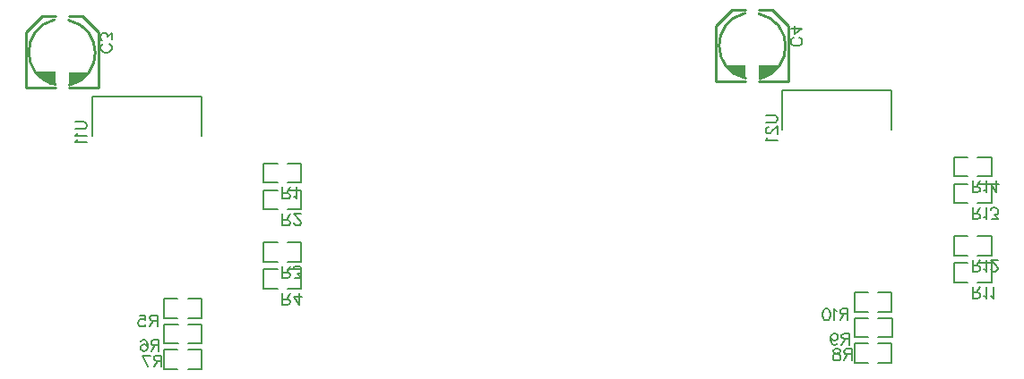
<source format=gbo>
G04 Layer: BottomSilkscreenLayer*
G04 EasyEDA v6.5.22, 2022-12-30 10:19:24*
G04 cc661ac33e424cae800a4ac99e05d963,5dd06754fdd742daa6fe38bf62b7df6b,10*
G04 Gerber Generator version 0.2*
G04 Scale: 100 percent, Rotated: No, Reflected: No *
G04 Dimensions in millimeters *
G04 leading zeros omitted , absolute positions ,4 integer and 5 decimal *
%FSLAX45Y45*%
%MOMM*%

%ADD10C,0.1524*%
%ADD11C,0.2540*%

%LPD*%
D10*
X2339408Y6294628D02*
G01*
X2349822Y6289294D01*
X2360236Y6278879D01*
X2365316Y6268720D01*
X2365316Y6247892D01*
X2360236Y6237478D01*
X2349822Y6227063D01*
X2339408Y6221729D01*
X2323660Y6216650D01*
X2297752Y6216650D01*
X2282258Y6221729D01*
X2271844Y6227063D01*
X2261430Y6237478D01*
X2256350Y6247892D01*
X2256350Y6268720D01*
X2261430Y6278879D01*
X2271844Y6289294D01*
X2282258Y6294628D01*
X2365316Y6339331D02*
G01*
X2365316Y6396481D01*
X2323660Y6365239D01*
X2323660Y6380734D01*
X2318580Y6391147D01*
X2313500Y6396481D01*
X2297752Y6401562D01*
X2287338Y6401562D01*
X2271844Y6396481D01*
X2261430Y6386068D01*
X2256350Y6370320D01*
X2256350Y6354826D01*
X2261430Y6339331D01*
X2266510Y6333997D01*
X2276924Y6328918D01*
X2020384Y5562531D02*
G01*
X2098362Y5562531D01*
X2113856Y5557451D01*
X2124270Y5547037D01*
X2129350Y5531289D01*
X2129350Y5520875D01*
X2124270Y5505381D01*
X2113856Y5494967D01*
X2098362Y5489887D01*
X2020384Y5489887D01*
X2041212Y5455597D02*
G01*
X2035878Y5445183D01*
X2020384Y5429435D01*
X2129350Y5429435D01*
X2041212Y5395145D02*
G01*
X2035878Y5384731D01*
X2020384Y5369237D01*
X2129350Y5369237D01*
X3977200Y4831334D02*
G01*
X3977200Y4940300D01*
X3977200Y4831334D02*
G01*
X4023936Y4831334D01*
X4039430Y4836413D01*
X4044764Y4841747D01*
X4049844Y4852162D01*
X4049844Y4862576D01*
X4044764Y4872989D01*
X4039430Y4878070D01*
X4023936Y4883150D01*
X3977200Y4883150D01*
X4013522Y4883150D02*
G01*
X4049844Y4940300D01*
X4084134Y4852162D02*
G01*
X4094548Y4846828D01*
X4110296Y4831334D01*
X4110296Y4940300D01*
X3977200Y4577334D02*
G01*
X3977200Y4686300D01*
X3977200Y4577334D02*
G01*
X4023936Y4577334D01*
X4039430Y4582413D01*
X4044764Y4587747D01*
X4049844Y4598162D01*
X4049844Y4608576D01*
X4044764Y4618989D01*
X4039430Y4624070D01*
X4023936Y4629150D01*
X3977200Y4629150D01*
X4013522Y4629150D02*
G01*
X4049844Y4686300D01*
X4089468Y4603242D02*
G01*
X4089468Y4598162D01*
X4094548Y4587747D01*
X4099882Y4582413D01*
X4110296Y4577334D01*
X4130870Y4577334D01*
X4141284Y4582413D01*
X4146618Y4587747D01*
X4151698Y4598162D01*
X4151698Y4608576D01*
X4146618Y4618989D01*
X4136204Y4634484D01*
X4084134Y4686300D01*
X4157032Y4686300D01*
X3977200Y4082034D02*
G01*
X3977200Y4191000D01*
X3977200Y4082034D02*
G01*
X4023936Y4082034D01*
X4039430Y4087113D01*
X4044764Y4092447D01*
X4049844Y4102862D01*
X4049844Y4113276D01*
X4044764Y4123689D01*
X4039430Y4128770D01*
X4023936Y4133850D01*
X3977200Y4133850D01*
X4013522Y4133850D02*
G01*
X4049844Y4191000D01*
X4094548Y4082034D02*
G01*
X4151698Y4082034D01*
X4120710Y4123689D01*
X4136204Y4123689D01*
X4146618Y4128770D01*
X4151698Y4133850D01*
X4157032Y4149597D01*
X4157032Y4160012D01*
X4151698Y4175505D01*
X4141284Y4185920D01*
X4125790Y4191000D01*
X4110296Y4191000D01*
X4094548Y4185920D01*
X4089468Y4180839D01*
X4084134Y4170426D01*
X3977200Y3828034D02*
G01*
X3977200Y3937000D01*
X3977200Y3828034D02*
G01*
X4023936Y3828034D01*
X4039430Y3833113D01*
X4044764Y3838447D01*
X4049844Y3848862D01*
X4049844Y3859276D01*
X4044764Y3869689D01*
X4039430Y3874770D01*
X4023936Y3879850D01*
X3977200Y3879850D01*
X4013522Y3879850D02*
G01*
X4049844Y3937000D01*
X4136204Y3828034D02*
G01*
X4084134Y3900678D01*
X4162112Y3900678D01*
X4136204Y3828034D02*
G01*
X4136204Y3937000D01*
X2796100Y3728465D02*
G01*
X2796100Y3619500D01*
X2796100Y3728465D02*
G01*
X2749364Y3728465D01*
X2733870Y3723386D01*
X2728536Y3718052D01*
X2723456Y3707637D01*
X2723456Y3697223D01*
X2728536Y3686810D01*
X2733870Y3681729D01*
X2749364Y3676650D01*
X2796100Y3676650D01*
X2759778Y3676650D02*
G01*
X2723456Y3619500D01*
X2626682Y3728465D02*
G01*
X2678752Y3728465D01*
X2683832Y3681729D01*
X2678752Y3686810D01*
X2663004Y3692144D01*
X2647510Y3692144D01*
X2632016Y3686810D01*
X2621602Y3676650D01*
X2616268Y3660902D01*
X2616268Y3650487D01*
X2621602Y3634994D01*
X2632016Y3624579D01*
X2647510Y3619500D01*
X2663004Y3619500D01*
X2678752Y3624579D01*
X2683832Y3629660D01*
X2689166Y3640073D01*
X2810659Y3495052D02*
G01*
X2810659Y3386086D01*
X2810659Y3495052D02*
G01*
X2763923Y3495052D01*
X2748429Y3489972D01*
X2743095Y3484638D01*
X2738015Y3474224D01*
X2738015Y3463810D01*
X2743095Y3453396D01*
X2748429Y3448316D01*
X2763923Y3443236D01*
X2810659Y3443236D01*
X2774337Y3443236D02*
G01*
X2738015Y3386086D01*
X2641241Y3479558D02*
G01*
X2646575Y3489972D01*
X2662069Y3495052D01*
X2672483Y3495052D01*
X2687977Y3489972D01*
X2698391Y3474224D01*
X2703725Y3448316D01*
X2703725Y3422408D01*
X2698391Y3401580D01*
X2687977Y3391166D01*
X2672483Y3386086D01*
X2667149Y3386086D01*
X2651655Y3391166D01*
X2641241Y3401580D01*
X2636161Y3417074D01*
X2636161Y3422408D01*
X2641241Y3437902D01*
X2651655Y3448316D01*
X2667149Y3453396D01*
X2672483Y3453396D01*
X2687977Y3448316D01*
X2698391Y3437902D01*
X2703725Y3422408D01*
X2834200Y3347465D02*
G01*
X2834200Y3238500D01*
X2834200Y3347465D02*
G01*
X2787464Y3347465D01*
X2771970Y3342386D01*
X2766636Y3337052D01*
X2761556Y3326637D01*
X2761556Y3316223D01*
X2766636Y3305810D01*
X2771970Y3300729D01*
X2787464Y3295650D01*
X2834200Y3295650D01*
X2797878Y3295650D02*
G01*
X2761556Y3238500D01*
X2654368Y3347465D02*
G01*
X2706438Y3238500D01*
X2727266Y3347465D02*
G01*
X2654368Y3347465D01*
X9358208Y3408453D02*
G01*
X9358208Y3299350D01*
X9358208Y3408453D02*
G01*
X9311449Y3408453D01*
X9295864Y3403259D01*
X9290667Y3398062D01*
X9285472Y3387671D01*
X9285472Y3377280D01*
X9290667Y3366889D01*
X9295864Y3361695D01*
X9311449Y3356500D01*
X9358208Y3356500D01*
X9321840Y3356500D02*
G01*
X9285472Y3299350D01*
X9225203Y3408453D02*
G01*
X9240791Y3403259D01*
X9245986Y3392868D01*
X9245986Y3382477D01*
X9240791Y3372086D01*
X9230400Y3366889D01*
X9209618Y3361695D01*
X9194032Y3356500D01*
X9183641Y3346109D01*
X9178444Y3335718D01*
X9178444Y3320130D01*
X9183641Y3309739D01*
X9188836Y3304545D01*
X9204424Y3299350D01*
X9225203Y3299350D01*
X9240791Y3304545D01*
X9245986Y3309739D01*
X9251182Y3320130D01*
X9251182Y3335718D01*
X9245986Y3346109D01*
X9235594Y3356500D01*
X9220009Y3361695D01*
X9199227Y3366889D01*
X9188836Y3372086D01*
X9183641Y3382477D01*
X9183641Y3392868D01*
X9188836Y3403259D01*
X9204424Y3408453D01*
X9225203Y3408453D01*
X9334662Y3556027D02*
G01*
X9334662Y3446924D01*
X9334662Y3556027D02*
G01*
X9287903Y3556027D01*
X9272318Y3550833D01*
X9267121Y3545636D01*
X9261927Y3535245D01*
X9261927Y3524854D01*
X9267121Y3514463D01*
X9272318Y3509269D01*
X9287903Y3504074D01*
X9334662Y3504074D01*
X9298294Y3504074D02*
G01*
X9261927Y3446924D01*
X9160095Y3519660D02*
G01*
X9165290Y3504074D01*
X9175681Y3493683D01*
X9191266Y3488486D01*
X9196463Y3488486D01*
X9212049Y3493683D01*
X9222440Y3504074D01*
X9227637Y3519660D01*
X9227637Y3524854D01*
X9222440Y3540442D01*
X9212049Y3550833D01*
X9196463Y3556027D01*
X9191266Y3556027D01*
X9175681Y3550833D01*
X9165290Y3540442D01*
X9160095Y3519660D01*
X9160095Y3493683D01*
X9165290Y3467704D01*
X9175681Y3452119D01*
X9191266Y3446924D01*
X9201658Y3446924D01*
X9217245Y3452119D01*
X9222440Y3462510D01*
X9320108Y3789453D02*
G01*
X9320108Y3680350D01*
X9320108Y3789453D02*
G01*
X9273349Y3789453D01*
X9257764Y3784259D01*
X9252567Y3779062D01*
X9247372Y3768671D01*
X9247372Y3758280D01*
X9252567Y3747889D01*
X9257764Y3742695D01*
X9273349Y3737500D01*
X9320108Y3737500D01*
X9283740Y3737500D02*
G01*
X9247372Y3680350D01*
X9213082Y3768671D02*
G01*
X9202691Y3773868D01*
X9187103Y3789453D01*
X9187103Y3680350D01*
X9121642Y3789453D02*
G01*
X9137228Y3784259D01*
X9147619Y3768671D01*
X9152813Y3742695D01*
X9152813Y3727109D01*
X9147619Y3701130D01*
X9137228Y3685545D01*
X9121642Y3680350D01*
X9111251Y3680350D01*
X9095663Y3685545D01*
X9085272Y3701130D01*
X9080078Y3727109D01*
X9080078Y3742695D01*
X9085272Y3768671D01*
X9095663Y3784259D01*
X9111251Y3789453D01*
X9121642Y3789453D01*
X10501208Y3888976D02*
G01*
X10501208Y3998079D01*
X10501208Y3888976D02*
G01*
X10547967Y3888976D01*
X10563552Y3894170D01*
X10568749Y3899367D01*
X10573943Y3909758D01*
X10573943Y3920149D01*
X10568749Y3930540D01*
X10563552Y3935735D01*
X10547967Y3940929D01*
X10501208Y3940929D01*
X10537576Y3940929D02*
G01*
X10573943Y3998079D01*
X10608233Y3909758D02*
G01*
X10618624Y3904561D01*
X10634212Y3888976D01*
X10634212Y3998079D01*
X10668502Y3909758D02*
G01*
X10678894Y3904561D01*
X10694479Y3888976D01*
X10694479Y3998079D01*
X10501208Y4142976D02*
G01*
X10501208Y4252079D01*
X10501208Y4142976D02*
G01*
X10547967Y4142976D01*
X10563552Y4148170D01*
X10568749Y4153367D01*
X10573943Y4163758D01*
X10573943Y4174149D01*
X10568749Y4184540D01*
X10563552Y4189735D01*
X10547967Y4194929D01*
X10501208Y4194929D01*
X10537576Y4194929D02*
G01*
X10573943Y4252079D01*
X10608233Y4163758D02*
G01*
X10618624Y4158561D01*
X10634212Y4142976D01*
X10634212Y4252079D01*
X10673697Y4168952D02*
G01*
X10673697Y4163758D01*
X10678894Y4153367D01*
X10684088Y4148170D01*
X10694479Y4142976D01*
X10715261Y4142976D01*
X10725652Y4148170D01*
X10730847Y4153367D01*
X10736044Y4163758D01*
X10736044Y4174149D01*
X10730847Y4184540D01*
X10720456Y4200126D01*
X10668502Y4252079D01*
X10741238Y4252079D01*
X10501208Y4638276D02*
G01*
X10501208Y4747379D01*
X10501208Y4638276D02*
G01*
X10547967Y4638276D01*
X10563552Y4643470D01*
X10568749Y4648667D01*
X10573943Y4659058D01*
X10573943Y4669449D01*
X10568749Y4679840D01*
X10563552Y4685035D01*
X10547967Y4690229D01*
X10501208Y4690229D01*
X10537576Y4690229D02*
G01*
X10573943Y4747379D01*
X10608233Y4659058D02*
G01*
X10618624Y4653861D01*
X10634212Y4638276D01*
X10634212Y4747379D01*
X10678894Y4638276D02*
G01*
X10736044Y4638276D01*
X10704870Y4679840D01*
X10720456Y4679840D01*
X10730847Y4685035D01*
X10736044Y4690229D01*
X10741238Y4705817D01*
X10741238Y4716208D01*
X10736044Y4731793D01*
X10725652Y4742185D01*
X10710064Y4747379D01*
X10694479Y4747379D01*
X10678894Y4742185D01*
X10673697Y4736990D01*
X10668502Y4726599D01*
X10501208Y4892276D02*
G01*
X10501208Y5001379D01*
X10501208Y4892276D02*
G01*
X10547967Y4892276D01*
X10563552Y4897470D01*
X10568749Y4902667D01*
X10573943Y4913058D01*
X10573943Y4923449D01*
X10568749Y4933840D01*
X10563552Y4939035D01*
X10547967Y4944229D01*
X10501208Y4944229D01*
X10537576Y4944229D02*
G01*
X10573943Y5001379D01*
X10608233Y4913058D02*
G01*
X10618624Y4907861D01*
X10634212Y4892276D01*
X10634212Y5001379D01*
X10720456Y4892276D02*
G01*
X10668502Y4965011D01*
X10746432Y4965011D01*
X10720456Y4892276D02*
G01*
X10720456Y5001379D01*
X8544369Y5623488D02*
G01*
X8622301Y5623488D01*
X8637887Y5618294D01*
X8648278Y5607903D01*
X8653472Y5592315D01*
X8653472Y5581924D01*
X8648278Y5566338D01*
X8637887Y5555947D01*
X8622301Y5550753D01*
X8544369Y5550753D01*
X8570346Y5511266D02*
G01*
X8565151Y5511266D01*
X8554760Y5506072D01*
X8549563Y5500875D01*
X8544369Y5490484D01*
X8544369Y5469704D01*
X8549563Y5459313D01*
X8554760Y5454116D01*
X8565151Y5448922D01*
X8575542Y5448922D01*
X8585934Y5454116D01*
X8601519Y5464507D01*
X8653472Y5516463D01*
X8653472Y5443725D01*
X8565151Y5409435D02*
G01*
X8559954Y5399044D01*
X8544369Y5383458D01*
X8653472Y5383458D01*
X8863370Y6355547D02*
G01*
X8873761Y6350350D01*
X8884152Y6339959D01*
X8889347Y6329570D01*
X8889347Y6308788D01*
X8884152Y6298397D01*
X8873761Y6288006D01*
X8863370Y6282809D01*
X8847782Y6277615D01*
X8821806Y6277615D01*
X8806220Y6282809D01*
X8795829Y6288006D01*
X8785438Y6298397D01*
X8780244Y6308788D01*
X8780244Y6329570D01*
X8785438Y6339959D01*
X8795829Y6350350D01*
X8806220Y6355547D01*
X8889347Y6441790D02*
G01*
X8816611Y6389837D01*
X8816611Y6467769D01*
X8889347Y6441790D02*
G01*
X8780244Y6441790D01*
G36*
X1653082Y6032652D02*
G01*
X1703882Y5969152D01*
X1716582Y5962650D01*
X1785874Y5912612D01*
X1825447Y5912612D01*
X1830882Y5918047D01*
X1830882Y6032652D01*
G37*
G36*
X1957882Y6031230D02*
G01*
X1957882Y5911494D01*
X1963318Y5906058D01*
X2002942Y5906058D01*
X2062022Y5957570D01*
X2084882Y5962650D01*
X2135682Y6031230D01*
G37*
G36*
X8177123Y6093663D02*
G01*
X8227923Y6030163D01*
X8240623Y6023610D01*
X8309864Y5973572D01*
X8349488Y5973572D01*
X8354923Y5979007D01*
X8354923Y6093663D01*
G37*
G36*
X8481923Y6092190D02*
G01*
X8481923Y5972454D01*
X8487308Y5967018D01*
X8526932Y5967018D01*
X8586063Y6018530D01*
X8608923Y6023610D01*
X8659723Y6092190D01*
G37*
D11*
X1830900Y5880100D02*
G01*
X1551500Y5880100D01*
X1551500Y6407150D01*
X1703900Y6559550D01*
X1830900Y6559550D01*
X1957900Y5880100D02*
G01*
X2237300Y5880100D01*
X2237300Y6407150D01*
X2084900Y6559550D01*
X1957900Y6559550D01*
D10*
X2178880Y5427880D02*
G01*
X2178880Y5795263D01*
X3210120Y5427880D02*
G01*
X3210120Y5795263D01*
X2178880Y5795263D02*
G01*
X3210120Y5795263D01*
X4024820Y5165359D02*
G01*
X4153314Y5165359D01*
X4153314Y4981940D01*
X4024820Y4981940D01*
X3929580Y5165359D02*
G01*
X3801087Y5165359D01*
X3801087Y4981940D01*
X3929580Y4981940D01*
X4024820Y4911359D02*
G01*
X4153314Y4911359D01*
X4153314Y4727940D01*
X4024820Y4727940D01*
X3929580Y4911359D02*
G01*
X3801087Y4911359D01*
X3801087Y4727940D01*
X3929580Y4727940D01*
X4024820Y4416059D02*
G01*
X4153314Y4416059D01*
X4153314Y4232640D01*
X4024820Y4232640D01*
X3929580Y4416059D02*
G01*
X3801087Y4416059D01*
X3801087Y4232640D01*
X3929580Y4232640D01*
X4024820Y4162059D02*
G01*
X4153314Y4162059D01*
X4153314Y3978640D01*
X4024820Y3978640D01*
X3929580Y4162059D02*
G01*
X3801087Y4162059D01*
X3801087Y3978640D01*
X3929580Y3978640D01*
X2987921Y3699240D02*
G01*
X2859427Y3699240D01*
X2859427Y3882659D01*
X2987921Y3882659D01*
X3083161Y3699240D02*
G01*
X3211654Y3699240D01*
X3211654Y3882659D01*
X3083161Y3882659D01*
X2989780Y3457940D02*
G01*
X2861287Y3457940D01*
X2861287Y3641359D01*
X2989780Y3641359D01*
X3085020Y3457940D02*
G01*
X3213514Y3457940D01*
X3213514Y3641359D01*
X3085020Y3641359D01*
X2987921Y3216640D02*
G01*
X2859427Y3216640D01*
X2859427Y3400059D01*
X2987921Y3400059D01*
X3083161Y3216640D02*
G01*
X3211654Y3216640D01*
X3211654Y3400059D01*
X3083161Y3400059D01*
X9511921Y3277605D02*
G01*
X9383428Y3277605D01*
X9383428Y3461024D01*
X9511921Y3461024D01*
X9607161Y3277605D02*
G01*
X9735654Y3277605D01*
X9735654Y3461024D01*
X9607161Y3461024D01*
X9513780Y3518905D02*
G01*
X9385287Y3518905D01*
X9385287Y3702324D01*
X9513780Y3702324D01*
X9609020Y3518905D02*
G01*
X9737514Y3518905D01*
X9737514Y3702324D01*
X9609020Y3702324D01*
X9511921Y3760205D02*
G01*
X9383428Y3760205D01*
X9383428Y3943624D01*
X9511921Y3943624D01*
X9607161Y3760205D02*
G01*
X9735654Y3760205D01*
X9735654Y3943624D01*
X9607161Y3943624D01*
X10548820Y4223024D02*
G01*
X10677314Y4223024D01*
X10677314Y4039605D01*
X10548820Y4039605D01*
X10453580Y4223024D02*
G01*
X10325087Y4223024D01*
X10325087Y4039605D01*
X10453580Y4039605D01*
X10548820Y4477024D02*
G01*
X10677314Y4477024D01*
X10677314Y4293605D01*
X10548820Y4293605D01*
X10453580Y4477024D02*
G01*
X10325087Y4477024D01*
X10325087Y4293605D01*
X10453580Y4293605D01*
X10548820Y4972324D02*
G01*
X10677314Y4972324D01*
X10677314Y4788905D01*
X10548820Y4788905D01*
X10453580Y4972324D02*
G01*
X10325087Y4972324D01*
X10325087Y4788905D01*
X10453580Y4788905D01*
X10548820Y5226324D02*
G01*
X10677314Y5226324D01*
X10677314Y5042905D01*
X10548820Y5042905D01*
X10453580Y5226324D02*
G01*
X10325087Y5226324D01*
X10325087Y5042905D01*
X10453580Y5042905D01*
X8702880Y5488846D02*
G01*
X8702880Y5856229D01*
X9734120Y5488846D02*
G01*
X9734120Y5856229D01*
X8702880Y5856229D02*
G01*
X9734120Y5856229D01*
D11*
X8354900Y5941065D02*
G01*
X8075500Y5941065D01*
X8075500Y6468115D01*
X8227900Y6620515D01*
X8354900Y6620515D01*
X8481900Y5941065D02*
G01*
X8761300Y5941065D01*
X8761300Y6468115D01*
X8608900Y6620515D01*
X8481900Y6620515D01*
G75*
G01*
X1830901Y5911850D02*
G02*
X1825567Y6527292I64603J308304D01*
G75*
G01*
X1957901Y6521450D02*
G02*
X1963235Y5906008I-64603J-308304D01*
G75*
G01*
X8354901Y5972815D02*
G02*
X8349567Y6588257I64603J308304D01*
G75*
G01*
X8481901Y6582415D02*
G02*
X8487235Y5966973I-64603J-308304D01*
M02*

</source>
